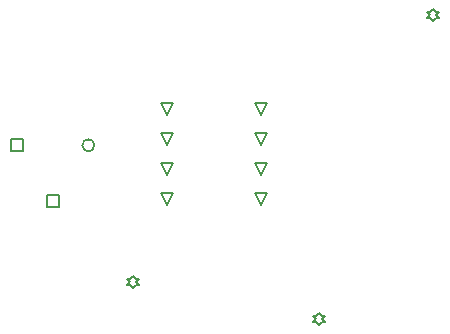
<source format=gbr>
G04*
G04 #@! TF.GenerationSoftware,Altium Limited,Altium Designer,24.8.2 (39)*
G04*
G04 Layer_Color=2752767*
%FSLAX25Y25*%
%MOIN*%
G70*
G04*
G04 #@! TF.SameCoordinates,7DA90572-2472-42F9-BF80-4CDDFEAFDCCF*
G04*
G04*
G04 #@! TF.FilePolarity,Positive*
G04*
G01*
G75*
%ADD46C,0.00500*%
%ADD47C,0.00667*%
D46*
X399630Y399500D02*
X397630Y403500D01*
X401630D01*
X399630Y399500D01*
Y389500D02*
X397630Y393500D01*
X401630D01*
X399630Y389500D01*
Y379500D02*
X397630Y383500D01*
X401630D01*
X399630Y379500D01*
Y369500D02*
X397630Y373500D01*
X401630D01*
X399630Y369500D01*
X368370D02*
X366370Y373500D01*
X370370D01*
X368370Y369500D01*
Y379500D02*
X366370Y383500D01*
X370370D01*
X368370Y379500D01*
Y389500D02*
X366370Y393500D01*
X370370D01*
X368370Y389500D01*
Y399500D02*
X366370Y403500D01*
X370370D01*
X368370Y399500D01*
X328311Y368996D02*
Y372996D01*
X332311D01*
Y368996D01*
X328311D01*
X316500Y387500D02*
Y391500D01*
X320500D01*
Y387500D01*
X316500D01*
X357000Y342000D02*
X358000Y343000D01*
X359000D01*
X358000Y344000D01*
X359000Y345000D01*
X358000D01*
X357000Y346000D01*
X356000Y345000D01*
X355000D01*
X356000Y344000D01*
X355000Y343000D01*
X356000D01*
X357000Y342000D01*
X419000Y329500D02*
X420000Y330500D01*
X421000D01*
X420000Y331500D01*
X421000Y332500D01*
X420000D01*
X419000Y333500D01*
X418000Y332500D01*
X417000D01*
X418000Y331500D01*
X417000Y330500D01*
X418000D01*
X419000Y329500D01*
X457000Y431000D02*
X458000Y432000D01*
X459000D01*
X458000Y433000D01*
X459000Y434000D01*
X458000D01*
X457000Y435000D01*
X456000Y434000D01*
X455000D01*
X456000Y433000D01*
X455000Y432000D01*
X456000D01*
X457000Y431000D01*
D47*
X344122Y389500D02*
G03*
X344122Y389500I-2000J0D01*
G01*
M02*

</source>
